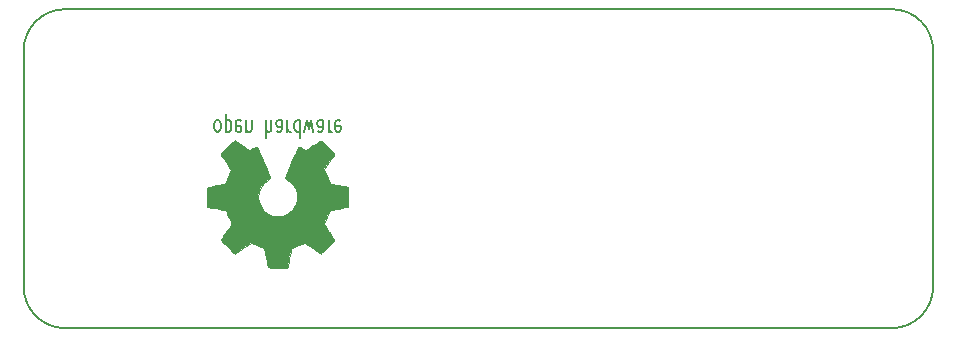
<source format=gbo>
G04 #@! TF.FileFunction,Legend,Bot*
%FSLAX46Y46*%
G04 Gerber Fmt 4.6, Leading zero omitted, Abs format (unit mm)*
G04 Created by KiCad (PCBNEW 4.0.2-stable) date 31/05/2016 22:00:56*
%MOMM*%
G01*
G04 APERTURE LIST*
%ADD10C,0.100000*%
%ADD11C,0.150000*%
%ADD12C,0.002540*%
G04 APERTURE END LIST*
D10*
D11*
X75000000Y28500000D02*
X5000000Y28500000D01*
X5000000Y1500000D02*
X75000000Y1500000D01*
X78500000Y25000000D02*
G75*
G03X75000000Y28500000I-3500000J0D01*
G01*
X75000000Y1500000D02*
G75*
G03X78500000Y5000000I0J3500000D01*
G01*
X78500000Y25000000D02*
X78500000Y5000000D01*
X1500000Y25000000D02*
X1500000Y5000000D01*
X5000000Y28500000D02*
G75*
G03X1500000Y25000000I0J-3500000D01*
G01*
X1500000Y5000000D02*
G75*
G03X5000000Y1500000I3500000J0D01*
G01*
X28210000Y19110000D02*
X28310000Y19040000D01*
X28030000Y19110000D02*
X28210000Y19110000D01*
X27930000Y19040000D02*
X28030000Y19110000D01*
X27880000Y18900000D02*
X27930000Y19040000D01*
X27880000Y18320000D02*
X27880000Y18900000D01*
X27940000Y18170000D02*
X27880000Y18320000D01*
X28040000Y18100000D02*
X27940000Y18170000D01*
X28210000Y18100000D02*
X28040000Y18100000D01*
X28310000Y18190000D02*
X28210000Y18100000D01*
X28360000Y18320000D02*
X28310000Y18190000D01*
X28360000Y18590000D02*
X28360000Y18320000D01*
X27880000Y18590000D02*
X28360000Y18590000D01*
X27310000Y18110000D02*
X27310000Y19110000D01*
X27360000Y18250000D02*
X27310000Y18420000D01*
X27400000Y18190000D02*
X27360000Y18250000D01*
X27500000Y18110000D02*
X27400000Y18190000D01*
X27610000Y18110000D02*
X27500000Y18110000D01*
X25260000Y18100000D02*
X25450000Y19110000D01*
X25450000Y19110000D02*
X25640000Y18390000D01*
X25640000Y18390000D02*
X25830000Y19110000D01*
X25830000Y19110000D02*
X26030000Y18100000D01*
X24880000Y19030000D02*
X24790000Y19110000D01*
X24790000Y19110000D02*
X24600000Y19110000D01*
X24600000Y19110000D02*
X24530000Y19060000D01*
X24530000Y19060000D02*
X24460000Y18980000D01*
X24460000Y18980000D02*
X24400000Y18820000D01*
X24400000Y18820000D02*
X24400000Y18400000D01*
X24400000Y18400000D02*
X24450000Y18250000D01*
X24450000Y18250000D02*
X24520000Y18160000D01*
X24520000Y18160000D02*
X24600000Y18110000D01*
X24600000Y18110000D02*
X24780000Y18110000D01*
X24780000Y18110000D02*
X24880000Y18190000D01*
X24880000Y17610000D02*
X24880000Y19110000D01*
X24130000Y18110000D02*
X24020000Y18110000D01*
X24020000Y18110000D02*
X23920000Y18190000D01*
X23920000Y18190000D02*
X23880000Y18250000D01*
X23880000Y18250000D02*
X23830000Y18420000D01*
X23830000Y18110000D02*
X23830000Y19110000D01*
X26840000Y18320000D02*
X26840000Y19110000D01*
X26780000Y18170000D02*
X26840000Y18320000D01*
X26690000Y18100000D02*
X26780000Y18170000D01*
X26510000Y18100000D02*
X26690000Y18100000D01*
X26400000Y18180000D02*
X26510000Y18100000D01*
X26360000Y18880000D02*
X26400000Y19020000D01*
X26360000Y18750000D02*
X26360000Y18880000D01*
X26410000Y18610000D02*
X26360000Y18750000D01*
X26510000Y18530000D02*
X26410000Y18610000D01*
X26750000Y18530000D02*
X26510000Y18530000D01*
X26840000Y18460000D02*
X26750000Y18530000D01*
X26740000Y19110000D02*
X26840000Y19030000D01*
X26510000Y19110000D02*
X26740000Y19110000D01*
X26400000Y19020000D02*
X26510000Y19110000D01*
X22920000Y19020000D02*
X23030000Y19110000D01*
X23030000Y19110000D02*
X23260000Y19110000D01*
X23260000Y19110000D02*
X23360000Y19030000D01*
X23360000Y18460000D02*
X23270000Y18530000D01*
X23270000Y18530000D02*
X23030000Y18530000D01*
X23030000Y18530000D02*
X22930000Y18610000D01*
X22930000Y18610000D02*
X22880000Y18750000D01*
X22880000Y18750000D02*
X22880000Y18880000D01*
X22880000Y18880000D02*
X22920000Y19020000D01*
X22920000Y18180000D02*
X23030000Y18100000D01*
X23030000Y18100000D02*
X23210000Y18100000D01*
X23210000Y18100000D02*
X23300000Y18170000D01*
X23300000Y18170000D02*
X23360000Y18320000D01*
X23360000Y18320000D02*
X23360000Y19110000D01*
X22020000Y19110000D02*
X22020000Y17610000D01*
X22080000Y18170000D02*
X22020000Y18240000D01*
X22160000Y18110000D02*
X22080000Y18170000D01*
X22300000Y18110000D02*
X22160000Y18110000D01*
X22400000Y18180000D02*
X22300000Y18110000D01*
X22450000Y18330000D02*
X22400000Y18180000D01*
X22450000Y19110000D02*
X22450000Y18330000D01*
X20790000Y19110000D02*
X20790000Y18330000D01*
X20790000Y18330000D02*
X20740000Y18180000D01*
X20740000Y18180000D02*
X20640000Y18110000D01*
X20640000Y18110000D02*
X20500000Y18110000D01*
X20500000Y18110000D02*
X20420000Y18170000D01*
X20420000Y18170000D02*
X20360000Y18240000D01*
X20360000Y18110000D02*
X20360000Y19110000D01*
X19450000Y18590000D02*
X19930000Y18590000D01*
X19930000Y18590000D02*
X19930000Y18320000D01*
X19930000Y18320000D02*
X19880000Y18190000D01*
X19880000Y18190000D02*
X19780000Y18100000D01*
X19780000Y18100000D02*
X19610000Y18100000D01*
X19610000Y18100000D02*
X19510000Y18170000D01*
X19510000Y18170000D02*
X19450000Y18320000D01*
X19450000Y18320000D02*
X19450000Y18900000D01*
X19450000Y18900000D02*
X19500000Y19040000D01*
X19500000Y19040000D02*
X19600000Y19110000D01*
X19600000Y19110000D02*
X19780000Y19110000D01*
X19780000Y19110000D02*
X19880000Y19040000D01*
X18590000Y18100000D02*
X18590000Y19610000D01*
X18700000Y18100000D02*
X18880000Y18100000D01*
X18700000Y19100000D02*
X18890000Y19100000D01*
X18700000Y18100000D02*
X18620000Y18160000D01*
X18970000Y18170000D02*
X18880000Y18100000D01*
X19020000Y18240000D02*
X18970000Y18170000D01*
X19070000Y18400000D02*
X19020000Y18240000D01*
X19070000Y18810000D02*
X19070000Y18400000D01*
X19020000Y18950000D02*
X19070000Y18810000D01*
X18980000Y19020000D02*
X19020000Y18950000D01*
X18880000Y19100000D02*
X18980000Y19020000D01*
X18600000Y19030000D02*
X18700000Y19100000D01*
X17640000Y18400000D02*
X17640000Y18810000D01*
X17640000Y18810000D02*
X17690000Y18950000D01*
X17690000Y18950000D02*
X17740000Y19040000D01*
X17740000Y19040000D02*
X17840000Y19110000D01*
X17840000Y19110000D02*
X17980000Y19110000D01*
X17980000Y19110000D02*
X18080000Y19030000D01*
X18080000Y19030000D02*
X18120000Y18960000D01*
X18120000Y18960000D02*
X18170000Y18820000D01*
X18170000Y18820000D02*
X18170000Y18410000D01*
X18170000Y18410000D02*
X18120000Y18250000D01*
X18120000Y18250000D02*
X18070000Y18180000D01*
X18070000Y18180000D02*
X17980000Y18110000D01*
X17980000Y18110000D02*
X17830000Y18110000D01*
X17830000Y18110000D02*
X17750000Y18170000D01*
X17750000Y18170000D02*
X17690000Y18250000D01*
X17690000Y18250000D02*
X17640000Y18400000D01*
D12*
G36*
X19362720Y17389880D02*
X19426220Y17356860D01*
X19565920Y17267960D01*
X19766580Y17138420D01*
X20002800Y16978400D01*
X20241560Y16818380D01*
X20437140Y16686300D01*
X20574300Y16599940D01*
X20630180Y16566920D01*
X20660660Y16577080D01*
X20774960Y16632960D01*
X20937520Y16719320D01*
X21034040Y16767580D01*
X21183900Y16833620D01*
X21257560Y16846320D01*
X21270260Y16826000D01*
X21326140Y16709160D01*
X21412500Y16513580D01*
X21526800Y16251960D01*
X21656340Y15949700D01*
X21793500Y15619500D01*
X21933200Y15284220D01*
X22065280Y14966720D01*
X22184660Y14679700D01*
X22278640Y14446020D01*
X22339600Y14283460D01*
X22362460Y14212340D01*
X22354840Y14197100D01*
X22281180Y14125980D01*
X22149100Y14026920D01*
X21864620Y13795780D01*
X21585220Y13445260D01*
X21415040Y13049020D01*
X21356620Y12607060D01*
X21404880Y12198120D01*
X21567440Y11804420D01*
X21841760Y11451360D01*
X22174500Y11187200D01*
X22563120Y11022100D01*
X23000000Y10966220D01*
X23419100Y11014480D01*
X23820420Y11171960D01*
X24173480Y11441200D01*
X24323340Y11613920D01*
X24529080Y11972060D01*
X24645920Y12358140D01*
X24658620Y12454660D01*
X24640840Y12876300D01*
X24516380Y13280160D01*
X24295400Y13640840D01*
X23985520Y13938020D01*
X23947420Y13965960D01*
X23802640Y14072640D01*
X23708660Y14146300D01*
X23632460Y14207260D01*
X24168400Y15500120D01*
X24254760Y15705860D01*
X24402080Y16056380D01*
X24531620Y16361180D01*
X24635760Y16605020D01*
X24706880Y16765040D01*
X24737360Y16831080D01*
X24742440Y16833620D01*
X24788160Y16841240D01*
X24887220Y16805680D01*
X25067560Y16719320D01*
X25186940Y16658360D01*
X25324100Y16592320D01*
X25385060Y16566920D01*
X25438400Y16594860D01*
X25570480Y16681220D01*
X25760980Y16810760D01*
X25992120Y16965700D01*
X26213100Y17115560D01*
X26416300Y17250180D01*
X26563620Y17344160D01*
X26634740Y17382260D01*
X26644900Y17382260D01*
X26708400Y17346700D01*
X26825240Y17250180D01*
X27000500Y17082540D01*
X27249420Y16838700D01*
X27287520Y16800600D01*
X27493260Y16592320D01*
X27658360Y16417060D01*
X27770120Y16292600D01*
X27810760Y16236720D01*
X27810760Y16236720D01*
X27772660Y16165600D01*
X27681220Y16018280D01*
X27546600Y15815080D01*
X27384040Y15573780D01*
X26954780Y14954020D01*
X27191000Y14367280D01*
X27262120Y14186940D01*
X27353560Y13968500D01*
X27422140Y13813560D01*
X27457700Y13744980D01*
X27521200Y13722120D01*
X27681220Y13684020D01*
X27914900Y13635760D01*
X28191760Y13584960D01*
X28455920Y13536700D01*
X28694680Y13490980D01*
X28867400Y13457960D01*
X28946140Y13442720D01*
X28963920Y13430020D01*
X28979160Y13391920D01*
X28989320Y13310640D01*
X28994400Y13165860D01*
X28999480Y12937260D01*
X28999480Y12607060D01*
X28999480Y12571500D01*
X28994400Y12256540D01*
X28989320Y12005080D01*
X28981700Y11839980D01*
X28969000Y11773940D01*
X28969000Y11773940D01*
X28895340Y11756160D01*
X28725160Y11720600D01*
X28486400Y11672340D01*
X28201920Y11619000D01*
X28184140Y11616460D01*
X27899660Y11560580D01*
X27663440Y11512320D01*
X27495800Y11474220D01*
X27427220Y11451360D01*
X27411980Y11431040D01*
X27353560Y11319280D01*
X27272280Y11144020D01*
X27178300Y10930660D01*
X27086860Y10707140D01*
X27005580Y10506480D01*
X26952240Y10356620D01*
X26937000Y10288040D01*
X26937000Y10288040D01*
X26980180Y10219460D01*
X27076700Y10072140D01*
X27216400Y9868940D01*
X27381500Y9627640D01*
X27394200Y9607320D01*
X27556760Y9368560D01*
X27688840Y9165360D01*
X27777740Y9020580D01*
X27810760Y8957080D01*
X27810760Y8952000D01*
X27754880Y8880880D01*
X27632960Y8743720D01*
X27457700Y8560840D01*
X27249420Y8350020D01*
X27180840Y8283980D01*
X26949700Y8055380D01*
X26787140Y7908060D01*
X26685540Y7826780D01*
X26637280Y7809000D01*
X26634740Y7811540D01*
X26563620Y7854720D01*
X26411220Y7953780D01*
X26205480Y8093480D01*
X25961640Y8258580D01*
X25946400Y8268740D01*
X25705100Y8431300D01*
X25506980Y8568460D01*
X25364740Y8662440D01*
X25301240Y8698000D01*
X25291080Y8698000D01*
X25194560Y8670060D01*
X25024380Y8611640D01*
X24813560Y8530360D01*
X24592580Y8441460D01*
X24389380Y8355100D01*
X24239520Y8286520D01*
X24168400Y8245880D01*
X24165860Y8243340D01*
X24140460Y8156980D01*
X24099820Y7976640D01*
X24046480Y7730260D01*
X23993140Y7435620D01*
X23982980Y7389900D01*
X23929640Y7102880D01*
X23883920Y6866660D01*
X23848360Y6704100D01*
X23833120Y6635520D01*
X23792480Y6627900D01*
X23652780Y6617740D01*
X23439420Y6610120D01*
X23180340Y6607580D01*
X22908560Y6610120D01*
X22644400Y6615200D01*
X22418340Y6622820D01*
X22255780Y6635520D01*
X22187200Y6648220D01*
X22184660Y6653300D01*
X22161800Y6742200D01*
X22121160Y6920000D01*
X22070360Y7168920D01*
X22014480Y7463560D01*
X22004320Y7516900D01*
X21950980Y7801380D01*
X21902720Y8035060D01*
X21867160Y8195080D01*
X21849380Y8258580D01*
X21823980Y8271280D01*
X21707140Y8324620D01*
X21516640Y8403360D01*
X21277880Y8499880D01*
X20729240Y8720860D01*
X20056140Y8258580D01*
X19995180Y8217940D01*
X19751340Y8052840D01*
X19553220Y7920760D01*
X19413520Y7831860D01*
X19357640Y7798840D01*
X19352560Y7801380D01*
X19283980Y7859800D01*
X19151900Y7984260D01*
X18969020Y8162060D01*
X18758200Y8372880D01*
X18600720Y8530360D01*
X18415300Y8718320D01*
X18298460Y8845320D01*
X18232420Y8926600D01*
X18209560Y8977400D01*
X18217180Y9010420D01*
X18260360Y9079000D01*
X18359420Y9226320D01*
X18496580Y9432060D01*
X18661680Y9668280D01*
X18796300Y9868940D01*
X18943620Y10095000D01*
X19037600Y10255020D01*
X19070620Y10333760D01*
X19063000Y10366780D01*
X19014740Y10498860D01*
X18936000Y10699520D01*
X18834400Y10935740D01*
X18600720Y11469140D01*
X18250200Y11535180D01*
X18039380Y11575820D01*
X17742200Y11634240D01*
X17457720Y11687580D01*
X17015760Y11773940D01*
X17000520Y13399540D01*
X17069100Y13430020D01*
X17135140Y13447800D01*
X17297700Y13483360D01*
X17531380Y13529080D01*
X17808240Y13582420D01*
X18044460Y13625600D01*
X18280680Y13671320D01*
X18450860Y13704340D01*
X18527060Y13719580D01*
X18544840Y13744980D01*
X18605800Y13861820D01*
X18689620Y14042160D01*
X18783600Y14263140D01*
X18877580Y14489200D01*
X18961400Y14700020D01*
X19019820Y14860040D01*
X19042680Y14943860D01*
X19009660Y15004820D01*
X18920760Y15144520D01*
X18788680Y15342640D01*
X18628660Y15578860D01*
X18466100Y15815080D01*
X18331480Y16015740D01*
X18234960Y16160520D01*
X18196860Y16226560D01*
X18217180Y16272280D01*
X18311160Y16386580D01*
X18488960Y16569460D01*
X18753120Y16831080D01*
X18796300Y16874260D01*
X19007120Y17074920D01*
X19184920Y17240020D01*
X19306840Y17349240D01*
X19362720Y17389880D01*
X19362720Y17389880D01*
G37*
X19362720Y17389880D02*
X19426220Y17356860D01*
X19565920Y17267960D01*
X19766580Y17138420D01*
X20002800Y16978400D01*
X20241560Y16818380D01*
X20437140Y16686300D01*
X20574300Y16599940D01*
X20630180Y16566920D01*
X20660660Y16577080D01*
X20774960Y16632960D01*
X20937520Y16719320D01*
X21034040Y16767580D01*
X21183900Y16833620D01*
X21257560Y16846320D01*
X21270260Y16826000D01*
X21326140Y16709160D01*
X21412500Y16513580D01*
X21526800Y16251960D01*
X21656340Y15949700D01*
X21793500Y15619500D01*
X21933200Y15284220D01*
X22065280Y14966720D01*
X22184660Y14679700D01*
X22278640Y14446020D01*
X22339600Y14283460D01*
X22362460Y14212340D01*
X22354840Y14197100D01*
X22281180Y14125980D01*
X22149100Y14026920D01*
X21864620Y13795780D01*
X21585220Y13445260D01*
X21415040Y13049020D01*
X21356620Y12607060D01*
X21404880Y12198120D01*
X21567440Y11804420D01*
X21841760Y11451360D01*
X22174500Y11187200D01*
X22563120Y11022100D01*
X23000000Y10966220D01*
X23419100Y11014480D01*
X23820420Y11171960D01*
X24173480Y11441200D01*
X24323340Y11613920D01*
X24529080Y11972060D01*
X24645920Y12358140D01*
X24658620Y12454660D01*
X24640840Y12876300D01*
X24516380Y13280160D01*
X24295400Y13640840D01*
X23985520Y13938020D01*
X23947420Y13965960D01*
X23802640Y14072640D01*
X23708660Y14146300D01*
X23632460Y14207260D01*
X24168400Y15500120D01*
X24254760Y15705860D01*
X24402080Y16056380D01*
X24531620Y16361180D01*
X24635760Y16605020D01*
X24706880Y16765040D01*
X24737360Y16831080D01*
X24742440Y16833620D01*
X24788160Y16841240D01*
X24887220Y16805680D01*
X25067560Y16719320D01*
X25186940Y16658360D01*
X25324100Y16592320D01*
X25385060Y16566920D01*
X25438400Y16594860D01*
X25570480Y16681220D01*
X25760980Y16810760D01*
X25992120Y16965700D01*
X26213100Y17115560D01*
X26416300Y17250180D01*
X26563620Y17344160D01*
X26634740Y17382260D01*
X26644900Y17382260D01*
X26708400Y17346700D01*
X26825240Y17250180D01*
X27000500Y17082540D01*
X27249420Y16838700D01*
X27287520Y16800600D01*
X27493260Y16592320D01*
X27658360Y16417060D01*
X27770120Y16292600D01*
X27810760Y16236720D01*
X27810760Y16236720D01*
X27772660Y16165600D01*
X27681220Y16018280D01*
X27546600Y15815080D01*
X27384040Y15573780D01*
X26954780Y14954020D01*
X27191000Y14367280D01*
X27262120Y14186940D01*
X27353560Y13968500D01*
X27422140Y13813560D01*
X27457700Y13744980D01*
X27521200Y13722120D01*
X27681220Y13684020D01*
X27914900Y13635760D01*
X28191760Y13584960D01*
X28455920Y13536700D01*
X28694680Y13490980D01*
X28867400Y13457960D01*
X28946140Y13442720D01*
X28963920Y13430020D01*
X28979160Y13391920D01*
X28989320Y13310640D01*
X28994400Y13165860D01*
X28999480Y12937260D01*
X28999480Y12607060D01*
X28999480Y12571500D01*
X28994400Y12256540D01*
X28989320Y12005080D01*
X28981700Y11839980D01*
X28969000Y11773940D01*
X28969000Y11773940D01*
X28895340Y11756160D01*
X28725160Y11720600D01*
X28486400Y11672340D01*
X28201920Y11619000D01*
X28184140Y11616460D01*
X27899660Y11560580D01*
X27663440Y11512320D01*
X27495800Y11474220D01*
X27427220Y11451360D01*
X27411980Y11431040D01*
X27353560Y11319280D01*
X27272280Y11144020D01*
X27178300Y10930660D01*
X27086860Y10707140D01*
X27005580Y10506480D01*
X26952240Y10356620D01*
X26937000Y10288040D01*
X26937000Y10288040D01*
X26980180Y10219460D01*
X27076700Y10072140D01*
X27216400Y9868940D01*
X27381500Y9627640D01*
X27394200Y9607320D01*
X27556760Y9368560D01*
X27688840Y9165360D01*
X27777740Y9020580D01*
X27810760Y8957080D01*
X27810760Y8952000D01*
X27754880Y8880880D01*
X27632960Y8743720D01*
X27457700Y8560840D01*
X27249420Y8350020D01*
X27180840Y8283980D01*
X26949700Y8055380D01*
X26787140Y7908060D01*
X26685540Y7826780D01*
X26637280Y7809000D01*
X26634740Y7811540D01*
X26563620Y7854720D01*
X26411220Y7953780D01*
X26205480Y8093480D01*
X25961640Y8258580D01*
X25946400Y8268740D01*
X25705100Y8431300D01*
X25506980Y8568460D01*
X25364740Y8662440D01*
X25301240Y8698000D01*
X25291080Y8698000D01*
X25194560Y8670060D01*
X25024380Y8611640D01*
X24813560Y8530360D01*
X24592580Y8441460D01*
X24389380Y8355100D01*
X24239520Y8286520D01*
X24168400Y8245880D01*
X24165860Y8243340D01*
X24140460Y8156980D01*
X24099820Y7976640D01*
X24046480Y7730260D01*
X23993140Y7435620D01*
X23982980Y7389900D01*
X23929640Y7102880D01*
X23883920Y6866660D01*
X23848360Y6704100D01*
X23833120Y6635520D01*
X23792480Y6627900D01*
X23652780Y6617740D01*
X23439420Y6610120D01*
X23180340Y6607580D01*
X22908560Y6610120D01*
X22644400Y6615200D01*
X22418340Y6622820D01*
X22255780Y6635520D01*
X22187200Y6648220D01*
X22184660Y6653300D01*
X22161800Y6742200D01*
X22121160Y6920000D01*
X22070360Y7168920D01*
X22014480Y7463560D01*
X22004320Y7516900D01*
X21950980Y7801380D01*
X21902720Y8035060D01*
X21867160Y8195080D01*
X21849380Y8258580D01*
X21823980Y8271280D01*
X21707140Y8324620D01*
X21516640Y8403360D01*
X21277880Y8499880D01*
X20729240Y8720860D01*
X20056140Y8258580D01*
X19995180Y8217940D01*
X19751340Y8052840D01*
X19553220Y7920760D01*
X19413520Y7831860D01*
X19357640Y7798840D01*
X19352560Y7801380D01*
X19283980Y7859800D01*
X19151900Y7984260D01*
X18969020Y8162060D01*
X18758200Y8372880D01*
X18600720Y8530360D01*
X18415300Y8718320D01*
X18298460Y8845320D01*
X18232420Y8926600D01*
X18209560Y8977400D01*
X18217180Y9010420D01*
X18260360Y9079000D01*
X18359420Y9226320D01*
X18496580Y9432060D01*
X18661680Y9668280D01*
X18796300Y9868940D01*
X18943620Y10095000D01*
X19037600Y10255020D01*
X19070620Y10333760D01*
X19063000Y10366780D01*
X19014740Y10498860D01*
X18936000Y10699520D01*
X18834400Y10935740D01*
X18600720Y11469140D01*
X18250200Y11535180D01*
X18039380Y11575820D01*
X17742200Y11634240D01*
X17457720Y11687580D01*
X17015760Y11773940D01*
X17000520Y13399540D01*
X17069100Y13430020D01*
X17135140Y13447800D01*
X17297700Y13483360D01*
X17531380Y13529080D01*
X17808240Y13582420D01*
X18044460Y13625600D01*
X18280680Y13671320D01*
X18450860Y13704340D01*
X18527060Y13719580D01*
X18544840Y13744980D01*
X18605800Y13861820D01*
X18689620Y14042160D01*
X18783600Y14263140D01*
X18877580Y14489200D01*
X18961400Y14700020D01*
X19019820Y14860040D01*
X19042680Y14943860D01*
X19009660Y15004820D01*
X18920760Y15144520D01*
X18788680Y15342640D01*
X18628660Y15578860D01*
X18466100Y15815080D01*
X18331480Y16015740D01*
X18234960Y16160520D01*
X18196860Y16226560D01*
X18217180Y16272280D01*
X18311160Y16386580D01*
X18488960Y16569460D01*
X18753120Y16831080D01*
X18796300Y16874260D01*
X19007120Y17074920D01*
X19184920Y17240020D01*
X19306840Y17349240D01*
X19362720Y17389880D01*
M02*

</source>
